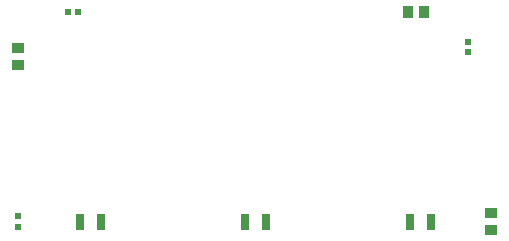
<source format=gtp>
G04*
G04 #@! TF.GenerationSoftware,Altium Limited,Altium Designer,23.0.1 (38)*
G04*
G04 Layer_Color=8421504*
%FSLAX44Y44*%
%MOMM*%
G71*
G04*
G04 #@! TF.SameCoordinates,DBD969FD-5544-4FB8-9625-6CD88A766504*
G04*
G04*
G04 #@! TF.FilePolarity,Positive*
G04*
G01*
G75*
%ADD14R,1.0500X0.9000*%
G04:AMPARAMS|DCode=15|XSize=0.55mm|YSize=0.5mm|CornerRadius=0.0625mm|HoleSize=0mm|Usage=FLASHONLY|Rotation=0.000|XOffset=0mm|YOffset=0mm|HoleType=Round|Shape=RoundedRectangle|*
%AMROUNDEDRECTD15*
21,1,0.5500,0.3750,0,0,0.0*
21,1,0.4250,0.5000,0,0,0.0*
1,1,0.1250,0.2125,-0.1875*
1,1,0.1250,-0.2125,-0.1875*
1,1,0.1250,-0.2125,0.1875*
1,1,0.1250,0.2125,0.1875*
%
%ADD15ROUNDEDRECTD15*%
G04:AMPARAMS|DCode=16|XSize=1.3mm|YSize=0.76mm|CornerRadius=0.095mm|HoleSize=0mm|Usage=FLASHONLY|Rotation=90.000|XOffset=0mm|YOffset=0mm|HoleType=Round|Shape=RoundedRectangle|*
%AMROUNDEDRECTD16*
21,1,1.3000,0.5700,0,0,90.0*
21,1,1.1100,0.7600,0,0,90.0*
1,1,0.1900,0.2850,0.5550*
1,1,0.1900,0.2850,-0.5550*
1,1,0.1900,-0.2850,-0.5550*
1,1,0.1900,-0.2850,0.5550*
%
%ADD16ROUNDEDRECTD16*%
G04:AMPARAMS|DCode=17|XSize=0.55mm|YSize=0.5mm|CornerRadius=0.0625mm|HoleSize=0mm|Usage=FLASHONLY|Rotation=90.000|XOffset=0mm|YOffset=0mm|HoleType=Round|Shape=RoundedRectangle|*
%AMROUNDEDRECTD17*
21,1,0.5500,0.3750,0,0,90.0*
21,1,0.4250,0.5000,0,0,90.0*
1,1,0.1250,0.1875,0.2125*
1,1,0.1250,0.1875,-0.2125*
1,1,0.1250,-0.1875,-0.2125*
1,1,0.1250,-0.1875,0.2125*
%
%ADD17ROUNDEDRECTD17*%
%ADD18R,0.9000X1.0500*%
D14*
X603250Y597550D02*
D03*
Y583550D02*
D03*
X203200Y723250D02*
D03*
Y737250D02*
D03*
D15*
X584200Y733950D02*
D03*
Y742950D02*
D03*
X203200Y586050D02*
D03*
Y595050D02*
D03*
D16*
X552450Y590550D02*
D03*
X534550D02*
D03*
X273050D02*
D03*
X255150D02*
D03*
X412750D02*
D03*
X394850D02*
D03*
D17*
X254000Y768350D02*
D03*
X245000D02*
D03*
D18*
X546750D02*
D03*
X532750D02*
D03*
M02*

</source>
